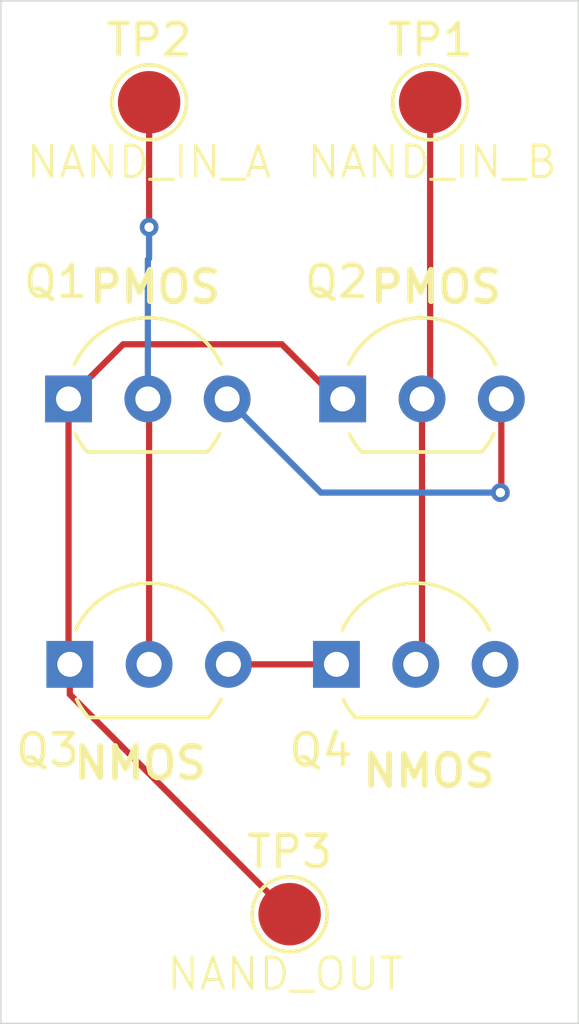
<source format=kicad_pcb>
(kicad_pcb (version 20241229) (generator "pcbnew") (generator_version "9.0")
  (layers (0 "F.Cu" signal) (2 "B.Cu" signal) (13 "F.Paste" user) (15 "B.Paste" user) (5 "F.SilkS" user "F.Silkscreen") (7 "B.SilkS" user "B.Silkscreen") (1 "F.Mask" user) (3 "B.Mask" user) (25 "Edge.Cuts" user))
  (net 0 "")
  (net 1 "VCC")
  (net 2 "/NAND_IN_A")
  (net 3 "/NAND_OUT")
  (net 4 "/NAND_IN_B")
  (net 5 "Net-(Q3-S)")
  (net 6 "GND")
  (footprint "TestPoint:TestPoint_Pad_D2.0mm" (layer "F.Cu") (at 118.5 72)
    (property "Reference" "TP3" (at 0 -1.998 0) (layer "F.SilkS"))
    (property "Value" "NAND_OUT")
    (fp_circle (center 0 0) (end 0 1.2) (stroke (width 0.12)) (fill no) (layer "F.SilkS"))
    (pad "1" smd circle (at 0 0) (size 2 2) (layers "F.Cu" "F.Mask") (net 3 "/NAND_OUT"))
  )
  (footprint "Package_TO_SOT_THT:TO-92L_Inline_Wide" (layer "F.Cu") (at 120 64)
    (property "Reference" "Q4" (at -0.5 2.75 0) (layer "F.SilkS"))
    (property "Value" "NMOS")
    (fp_line (start 0.6 1.7) (end 4.45 1.7) (stroke (width 0.12)) (layer "F.SilkS"))
    (fp_arc (start 0.1836 -1.098807) (mid 1.143021 -2.192817) (end 2.54 -2.6) (stroke (width 0.12)) (layer "F.SilkS"))
    (fp_arc (start 0.6 1.7) (mid 0.389183 1.423933) (end 0.217369 1.122045) (stroke (width 0.12)) (layer "F.SilkS"))
    (fp_arc (start 2.54 -2.6) (mid 3.936979 -2.192818) (end 4.8964 -1.098807) (stroke (width 0.12)) (layer "F.SilkS"))
    (fp_arc (start 4.842383 1.112264) (mid 4.666594 1.419753) (end 4.45 1.7) (stroke (width 0.12)) (layer "F.SilkS"))
    (pad "1" thru_hole rect (at 0 0) (size 1.5 1.5) (drill 0.8) (layers "*.Cu" "*.Mask") (net 5 "Net-(Q3-S)"))
    (pad "2" thru_hole circle (at 2.54 0) (size 1.5 1.5) (drill 0.8) (layers "*.Cu" "*.Mask") (net 4 "/NAND_IN_B"))
    (pad "3" thru_hole circle (at 5.08 0) (size 1.5 1.5) (drill 0.8) (layers "*.Cu" "*.Mask") (net 6 "GND"))
  )
  (footprint "TestPoint:TestPoint_Pad_D2.0mm" (layer "F.Cu") (at 114 46)
    (property "Reference" "TP2" (at 0 -1.998 0) (layer "F.SilkS"))
    (property "Value" "NAND_IN_A")
    (fp_circle (center 0 0) (end 0 1.2) (stroke (width 0.12)) (fill no) (layer "F.SilkS"))
    (pad "1" smd circle (at 0 0) (size 2 2) (layers "F.Cu" "F.Mask") (net 2 "/NAND_IN_A"))
  )
  (footprint "TestPoint:TestPoint_Pad_D2.0mm" (layer "F.Cu") (at 123 46)
    (property "Reference" "TP1" (at 0 -1.998 0) (layer "F.SilkS"))
    (property "Value" "NAND_IN_B")
    (fp_circle (center 0 0) (end 0 1.2) (stroke (width 0.12)) (fill no) (layer "F.SilkS"))
    (pad "1" smd circle (at 0 0) (size 2 2) (layers "F.Cu" "F.Mask") (net 4 "/NAND_IN_B"))
  )
  (footprint "Package_TO_SOT_THT:TO-92L_Inline_Wide" (layer "F.Cu") (at 111.42 55.5)
    (property "Reference" "Q1" (at -0.42 -3.75 0) (layer "F.SilkS"))
    (property "Value" "PMOS")
    (fp_line (start 0.6 1.7) (end 4.45 1.7) (stroke (width 0.12)) (layer "F.SilkS"))
    (fp_arc (start 0.1836 -1.098807) (mid 1.143021 -2.192817) (end 2.54 -2.6) (stroke (width 0.12)) (layer "F.SilkS"))
    (fp_arc (start 0.6 1.7) (mid 0.389183 1.423933) (end 0.217369 1.122045) (stroke (width 0.12)) (layer "F.SilkS"))
    (fp_arc (start 2.54 -2.6) (mid 3.936979 -2.192818) (end 4.8964 -1.098807) (stroke (width 0.12)) (layer "F.SilkS"))
    (fp_arc (start 4.842383 1.112264) (mid 4.666594 1.419753) (end 4.45 1.7) (stroke (width 0.12)) (layer "F.SilkS"))
    (pad "1" thru_hole rect (at 0 0) (size 1.5 1.5) (drill 0.8) (layers "*.Cu" "*.Mask") (net 3 "/NAND_OUT"))
    (pad "2" thru_hole circle (at 2.54 0) (size 1.5 1.5) (drill 0.8) (layers "*.Cu" "*.Mask") (net 2 "/NAND_IN_A"))
    (pad "3" thru_hole circle (at 5.08 0) (size 1.5 1.5) (drill 0.8) (layers "*.Cu" "*.Mask") (net 1 "VCC"))
  )
  (footprint "Package_TO_SOT_THT:TO-92L_Inline_Wide" (layer "F.Cu") (at 120.2 55.5)
    (property "Reference" "Q2" (at -0.2 -3.75 0) (layer "F.SilkS"))
    (property "Value" "PMOS")
    (fp_line (start 0.6 1.7) (end 4.45 1.7) (stroke (width 0.12)) (layer "F.SilkS"))
    (fp_arc (start 0.1836 -1.098807) (mid 1.143021 -2.192817) (end 2.54 -2.6) (stroke (width 0.12)) (layer "F.SilkS"))
    (fp_arc (start 0.6 1.7) (mid 0.389183 1.423933) (end 0.217369 1.122045) (stroke (width 0.12)) (layer "F.SilkS"))
    (fp_arc (start 2.54 -2.6) (mid 3.936979 -2.192818) (end 4.8964 -1.098807) (stroke (width 0.12)) (layer "F.SilkS"))
    (fp_arc (start 4.842383 1.112264) (mid 4.666594 1.419753) (end 4.45 1.7) (stroke (width 0.12)) (layer "F.SilkS"))
    (pad "1" thru_hole rect (at 0 0) (size 1.5 1.5) (drill 0.8) (layers "*.Cu" "*.Mask") (net 3 "/NAND_OUT"))
    (pad "2" thru_hole circle (at 2.54 0) (size 1.5 1.5) (drill 0.8) (layers "*.Cu" "*.Mask") (net 4 "/NAND_IN_B"))
    (pad "3" thru_hole circle (at 5.08 0) (size 1.5 1.5) (drill 0.8) (layers "*.Cu" "*.Mask") (net 1 "VCC"))
  )
  (footprint "Package_TO_SOT_THT:TO-92L_Inline_Wide" (layer "F.Cu") (at 111.46 64)
    (property "Reference" "Q3" (at -0.71 2.75 0) (layer "F.SilkS"))
    (property "Value" "NMOS")
    (fp_line (start 0.6 1.7) (end 4.45 1.7) (stroke (width 0.12)) (layer "F.SilkS"))
    (fp_arc (start 0.1836 -1.098807) (mid 1.143021 -2.192817) (end 2.54 -2.6) (stroke (width 0.12)) (layer "F.SilkS"))
    (fp_arc (start 0.6 1.7) (mid 0.389183 1.423933) (end 0.217369 1.122045) (stroke (width 0.12)) (layer "F.SilkS"))
    (fp_arc (start 2.54 -2.6) (mid 3.936979 -2.192818) (end 4.8964 -1.098807) (stroke (width 0.12)) (layer "F.SilkS"))
    (fp_arc (start 4.842383 1.112264) (mid 4.666594 1.419753) (end 4.45 1.7) (stroke (width 0.12)) (layer "F.SilkS"))
    (pad "1" thru_hole rect (at 0 0) (size 1.5 1.5) (drill 0.8) (layers "*.Cu" "*.Mask") (net 3 "/NAND_OUT"))
    (pad "2" thru_hole circle (at 2.54 0) (size 1.5 1.5) (drill 0.8) (layers "*.Cu" "*.Mask") (net 2 "/NAND_IN_A"))
    (pad "3" thru_hole circle (at 5.08 0) (size 1.5 1.5) (drill 0.8) (layers "*.Cu" "*.Mask") (net 5 "Net-(Q3-S)"))
  )
  (gr_rect (start 109.25 42.75) (end 127.75 75.5) (stroke (width 0.05)) (fill no) (layer "Edge.Cuts"))
  (gr_text "PMOS" (at 112 52.5 0) (layer "F.SilkS") (effects (font (size 1 1) (thickness 0.1875)) (justify left bottom)))
  (gr_text "NAND_IN_A" (at 110 48.5 0) (layer "F.SilkS") (effects (font (size 1 1) (thickness 0.1)) (justify left bottom)))
  (gr_text "PMOS" (at 121 52.5 0) (layer "F.SilkS") (effects (font (size 1 1) (thickness 0.1875)) (justify left bottom)))
  (gr_text "NAND_OUT" (at 114.5 74.5 0) (layer "F.SilkS") (effects (font (size 1 1) (thickness 0.1)) (justify left bottom)))
  (gr_text "NMOS" (at 111.5 67.75 0) (layer "F.SilkS") (effects (font (size 1 1) (thickness 0.1875)) (justify left bottom)))
  (gr_text "NAND_IN_B" (at 119 48.5 0) (layer "F.SilkS") (effects (font (size 1 1) (thickness 0.1)) (justify left bottom)))
  (gr_text "NMOS" (at 120.75 68 0) (layer "F.SilkS") (effects (font (size 1 1) (thickness 0.1875)) (justify left bottom)))
  (segment (start 125.28 55.5) (end 125.28 58.47) (width 0.2) (layer "F.Cu") (net 1))
  (segment (start 125.28 58.47) (end 125.25 58.5) (width 0.2) (layer "F.Cu") (net 1))
  (via (at 125.25 58.5) (size 0.6) (drill 0.3) (layers "F.Cu" "B.Cu") (net 1))
  (segment (start 116.5 55.5) (end 119.5 58.5) (width 0.2) (layer "B.Cu") (net 1))
  (segment (start 119.5 58.5) (end 125.25 58.5) (width 0.2) (layer "B.Cu") (net 1))
  (segment (start 114 55.54) (end 113.96 55.5) (width 0.2) (layer "F.Cu") (net 2))
  (segment (start 114 64) (end 114 55.54) (width 0.2) (layer "F.Cu") (net 2))
  (segment (start 114 46) (end 114 50) (width 0.2) (layer "F.Cu") (net 2))
  (via (at 114 50) (size 0.6) (drill 0.3) (layers "F.Cu" "B.Cu") (net 2))
  (segment (start 114 50) (end 114 51) (width 0.2) (layer "B.Cu") (net 2))
  (segment (start 114 51) (end 113.96 51.04) (width 0.2) (layer "B.Cu") (net 2))
  (segment (start 113.96 51.04) (end 113.96 55.5) (width 0.2) (layer "B.Cu") (net 2))
  (segment (start 111.42 63.96) (end 111.46 64) (width 0.2) (layer "F.Cu") (net 3))
  (segment (start 118.25 53.75) (end 120 55.5) (width 0.2) (layer "F.Cu") (net 3))
  (segment (start 113.17 53.75) (end 118.25 53.75) (width 0.2) (layer "F.Cu") (net 3))
  (segment (start 111.46 64.96) (end 118.5 72) (width 0.2) (layer "F.Cu") (net 3))
  (segment (start 111.42 55.5) (end 111.42 63.96) (width 0.2) (layer "F.Cu") (net 3))
  (segment (start 111.46 64) (end 111.46 64.96) (width 0.2) (layer "F.Cu") (net 3))
  (segment (start 111.42 55.5) (end 113.17 53.75) (width 0.2) (layer "F.Cu") (net 3))
  (segment (start 120 55.5) (end 120.2 55.5) (width 0.2) (layer "F.Cu") (net 3))
  (segment (start 122.54 63.96) (end 122.74 63.76) (width 0.2) (layer "F.Cu") (net 4))
  (segment (start 123 46) (end 123 55.24) (width 0.2) (layer "F.Cu") (net 4))
  (segment (start 122.54 64) (end 122.54 63.96) (width 0.2) (layer "F.Cu") (net 4))
  (segment (start 123 55.24) (end 122.74 55.5) (width 0.2) (layer "F.Cu") (net 4))
  (segment (start 122.74 63.76) (end 122.74 55.5) (width 0.2) (layer "F.Cu") (net 4))
  (segment (start 116.54 64) (end 120 64) (width 0.2) (layer "F.Cu") (net 5))
)
</source>
